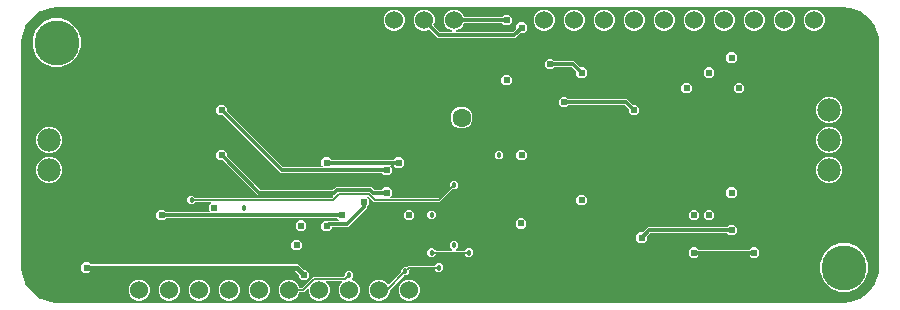
<source format=gbr>
G04 EAGLE Gerber RS-274X export*
G75*
%MOMM*%
%FSLAX34Y34*%
%LPD*%
%INEAGLE Copper Layer 15*%
%IPPOS*%
%AMOC8*
5,1,8,0,0,1.08239X$1,22.5*%
G01*
%ADD10C,1.981200*%
%ADD11C,1.524000*%
%ADD12C,3.816000*%
%ADD13C,0.609600*%
%ADD14C,0.304800*%
%ADD15C,1.600200*%
%ADD16C,0.457200*%
%ADD17C,0.152400*%
%ADD18C,0.914400*%
%ADD19C,0.406400*%

G36*
X698522Y2036D02*
X698522Y2036D01*
X698560Y2035D01*
X703089Y2392D01*
X703095Y2393D01*
X703101Y2393D01*
X703265Y2426D01*
X711881Y5226D01*
X711913Y5242D01*
X711947Y5251D01*
X712093Y5334D01*
X719422Y10659D01*
X719448Y10685D01*
X719478Y10704D01*
X719591Y10828D01*
X724916Y18157D01*
X724932Y18189D01*
X724955Y18216D01*
X725024Y18369D01*
X727824Y26985D01*
X727824Y26991D01*
X727827Y26996D01*
X727858Y27161D01*
X728215Y31690D01*
X728213Y31712D01*
X728217Y31750D01*
X728217Y222250D01*
X728214Y222272D01*
X728215Y222310D01*
X727858Y226839D01*
X727857Y226845D01*
X727857Y226851D01*
X727824Y227015D01*
X725024Y235631D01*
X725008Y235663D01*
X724999Y235697D01*
X724916Y235843D01*
X719591Y243172D01*
X719565Y243198D01*
X719546Y243228D01*
X719422Y243341D01*
X712093Y248666D01*
X712061Y248682D01*
X712034Y248705D01*
X711881Y248774D01*
X703265Y251574D01*
X703259Y251574D01*
X703254Y251577D01*
X703089Y251608D01*
X698560Y251965D01*
X698538Y251963D01*
X698500Y251967D01*
X31750Y251967D01*
X31728Y251964D01*
X31690Y251965D01*
X27161Y251608D01*
X27155Y251607D01*
X27149Y251607D01*
X26985Y251574D01*
X18369Y248774D01*
X18337Y248758D01*
X18303Y248749D01*
X18157Y248666D01*
X10828Y243341D01*
X10802Y243315D01*
X10772Y243296D01*
X10659Y243172D01*
X5334Y235843D01*
X5318Y235811D01*
X5295Y235784D01*
X5226Y235631D01*
X2426Y227015D01*
X2426Y227009D01*
X2423Y227004D01*
X2392Y226839D01*
X2035Y222310D01*
X2037Y222288D01*
X2033Y222250D01*
X2033Y31750D01*
X2036Y31728D01*
X2035Y31690D01*
X2392Y27161D01*
X2393Y27155D01*
X2393Y27149D01*
X2426Y26985D01*
X5226Y18369D01*
X5242Y18337D01*
X5251Y18303D01*
X5334Y18157D01*
X10659Y10828D01*
X10685Y10802D01*
X10704Y10772D01*
X10828Y10659D01*
X18157Y5334D01*
X18189Y5318D01*
X18216Y5295D01*
X18369Y5226D01*
X26985Y2426D01*
X26991Y2426D01*
X26996Y2423D01*
X27161Y2392D01*
X31690Y2035D01*
X31712Y2037D01*
X31750Y2033D01*
X698500Y2033D01*
X698522Y2036D01*
G37*
%LPC*%
G36*
X258561Y62555D02*
X258561Y62555D01*
X256031Y65085D01*
X256031Y68663D01*
X258561Y71193D01*
X262148Y71193D01*
X262189Y71164D01*
X262258Y71104D01*
X262288Y71092D01*
X262315Y71073D01*
X262402Y71046D01*
X262486Y71012D01*
X262527Y71008D01*
X262550Y71001D01*
X262582Y71002D01*
X262653Y70994D01*
X270311Y70994D01*
X270382Y71005D01*
X270453Y71007D01*
X270502Y71025D01*
X270554Y71033D01*
X270617Y71067D01*
X270684Y71092D01*
X270725Y71124D01*
X270771Y71149D01*
X270820Y71201D01*
X270876Y71245D01*
X270905Y71289D01*
X270940Y71327D01*
X270971Y71392D01*
X271009Y71452D01*
X271022Y71503D01*
X271044Y71550D01*
X271052Y71621D01*
X271069Y71691D01*
X271065Y71743D01*
X271071Y71794D01*
X271056Y71865D01*
X271050Y71936D01*
X271030Y71984D01*
X271019Y72035D01*
X270982Y72096D01*
X270954Y72162D01*
X270909Y72218D01*
X270893Y72246D01*
X270875Y72261D01*
X270849Y72293D01*
X269579Y73563D01*
X269505Y73616D01*
X269436Y73676D01*
X269406Y73688D01*
X269379Y73707D01*
X269292Y73734D01*
X269208Y73768D01*
X269167Y73772D01*
X269144Y73779D01*
X269112Y73778D01*
X269041Y73786D01*
X124659Y73786D01*
X124569Y73772D01*
X124478Y73764D01*
X124448Y73752D01*
X124416Y73747D01*
X124336Y73704D01*
X124252Y73668D01*
X124220Y73642D01*
X124199Y73631D01*
X124177Y73608D01*
X124121Y73563D01*
X122439Y71881D01*
X118861Y71881D01*
X116331Y74411D01*
X116331Y77989D01*
X118861Y80519D01*
X122439Y80519D01*
X124121Y78837D01*
X124195Y78784D01*
X124264Y78724D01*
X124294Y78712D01*
X124321Y78693D01*
X124408Y78666D01*
X124492Y78632D01*
X124533Y78628D01*
X124556Y78621D01*
X124588Y78622D01*
X124659Y78614D01*
X161091Y78614D01*
X161162Y78625D01*
X161233Y78627D01*
X161282Y78645D01*
X161334Y78653D01*
X161397Y78687D01*
X161464Y78712D01*
X161505Y78744D01*
X161551Y78769D01*
X161600Y78821D01*
X161656Y78865D01*
X161684Y78909D01*
X161720Y78947D01*
X161751Y79012D01*
X161789Y79072D01*
X161802Y79123D01*
X161824Y79170D01*
X161832Y79241D01*
X161849Y79311D01*
X161845Y79363D01*
X161851Y79414D01*
X161836Y79485D01*
X161830Y79556D01*
X161810Y79604D01*
X161799Y79655D01*
X161762Y79716D01*
X161734Y79782D01*
X161689Y79838D01*
X161673Y79866D01*
X161655Y79881D01*
X161629Y79913D01*
X160781Y80761D01*
X160781Y84339D01*
X162235Y85793D01*
X162278Y85852D01*
X162327Y85904D01*
X162349Y85951D01*
X162379Y85993D01*
X162400Y86062D01*
X162431Y86127D01*
X162436Y86179D01*
X162451Y86228D01*
X162449Y86300D01*
X162457Y86372D01*
X162446Y86422D01*
X162445Y86474D01*
X162420Y86542D01*
X162405Y86612D01*
X162378Y86656D01*
X162361Y86705D01*
X162315Y86761D01*
X162278Y86823D01*
X162239Y86857D01*
X162207Y86897D01*
X162146Y86936D01*
X162091Y86983D01*
X162043Y87002D01*
X162000Y87030D01*
X161930Y87047D01*
X161863Y87074D01*
X161792Y87082D01*
X161761Y87090D01*
X161738Y87088D01*
X161696Y87093D01*
X149748Y87075D01*
X149658Y87060D01*
X149568Y87053D01*
X149538Y87040D01*
X149505Y87035D01*
X149425Y86992D01*
X149342Y86957D01*
X149309Y86931D01*
X149288Y86919D01*
X149266Y86896D01*
X149211Y86852D01*
X147523Y85164D01*
X144577Y85164D01*
X142493Y87248D01*
X142493Y90194D01*
X144577Y92278D01*
X147523Y92278D01*
X149200Y90601D01*
X149274Y90548D01*
X149344Y90488D01*
X149374Y90476D01*
X149400Y90458D01*
X149487Y90431D01*
X149572Y90396D01*
X149613Y90392D01*
X149635Y90385D01*
X149667Y90386D01*
X149739Y90378D01*
X264428Y90548D01*
X264518Y90563D01*
X264608Y90570D01*
X264638Y90583D01*
X264671Y90588D01*
X264751Y90631D01*
X264834Y90667D01*
X264867Y90693D01*
X264888Y90704D01*
X264910Y90727D01*
X264965Y90771D01*
X265731Y91537D01*
X265773Y91595D01*
X265822Y91647D01*
X265844Y91694D01*
X265874Y91736D01*
X265895Y91805D01*
X265926Y91870D01*
X265931Y91922D01*
X265947Y91972D01*
X265945Y92043D01*
X265953Y92114D01*
X265942Y92165D01*
X265940Y92217D01*
X265916Y92285D01*
X265901Y92355D01*
X265874Y92399D01*
X265856Y92448D01*
X265811Y92504D01*
X265774Y92566D01*
X265735Y92600D01*
X265702Y92640D01*
X265642Y92679D01*
X265587Y92726D01*
X265539Y92745D01*
X265495Y92773D01*
X265426Y92791D01*
X265359Y92818D01*
X265288Y92826D01*
X265257Y92834D01*
X265233Y92832D01*
X265193Y92836D01*
X202200Y92836D01*
X172578Y122458D01*
X172504Y122511D01*
X172435Y122571D01*
X172405Y122583D01*
X172378Y122602D01*
X172291Y122629D01*
X172207Y122663D01*
X172166Y122667D01*
X172143Y122674D01*
X172111Y122673D01*
X172040Y122681D01*
X169661Y122681D01*
X167131Y125211D01*
X167131Y128789D01*
X169661Y131319D01*
X173239Y131319D01*
X175769Y128789D01*
X175769Y126410D01*
X175783Y126320D01*
X175791Y126229D01*
X175803Y126199D01*
X175808Y126167D01*
X175851Y126087D01*
X175887Y126003D01*
X175913Y125971D01*
X175924Y125950D01*
X175947Y125928D01*
X175992Y125872D01*
X203977Y97887D01*
X204051Y97834D01*
X204120Y97774D01*
X204150Y97762D01*
X204177Y97743D01*
X204264Y97716D01*
X204348Y97682D01*
X204389Y97678D01*
X204412Y97671D01*
X204444Y97672D01*
X204515Y97664D01*
X265385Y97664D01*
X265475Y97678D01*
X265566Y97686D01*
X265596Y97698D01*
X265628Y97703D01*
X265708Y97746D01*
X265792Y97782D01*
X265824Y97808D01*
X265845Y97819D01*
X265867Y97842D01*
X265923Y97887D01*
X266603Y98567D01*
X268240Y100204D01*
X298180Y100204D01*
X300497Y97887D01*
X300571Y97834D01*
X300640Y97774D01*
X300670Y97762D01*
X300697Y97743D01*
X300784Y97716D01*
X300868Y97682D01*
X300909Y97678D01*
X300932Y97671D01*
X300964Y97672D01*
X301035Y97664D01*
X307141Y97664D01*
X307231Y97678D01*
X307322Y97686D01*
X307352Y97698D01*
X307384Y97703D01*
X307464Y97746D01*
X307548Y97782D01*
X307580Y97808D01*
X307601Y97819D01*
X307623Y97842D01*
X307679Y97887D01*
X309361Y99569D01*
X312939Y99569D01*
X315469Y97039D01*
X315469Y93461D01*
X313859Y91851D01*
X313817Y91793D01*
X313768Y91741D01*
X313746Y91694D01*
X313715Y91652D01*
X313694Y91583D01*
X313664Y91518D01*
X313658Y91466D01*
X313643Y91416D01*
X313645Y91345D01*
X313637Y91274D01*
X313648Y91223D01*
X313649Y91171D01*
X313674Y91103D01*
X313689Y91033D01*
X313716Y90988D01*
X313734Y90940D01*
X313779Y90884D01*
X313815Y90822D01*
X313855Y90788D01*
X313887Y90748D01*
X313948Y90709D01*
X314002Y90662D01*
X314051Y90643D01*
X314094Y90615D01*
X314164Y90597D01*
X314230Y90570D01*
X314302Y90562D01*
X314333Y90554D01*
X314356Y90556D01*
X314397Y90552D01*
X354600Y90552D01*
X354691Y90566D01*
X354781Y90574D01*
X354811Y90586D01*
X354843Y90591D01*
X354924Y90634D01*
X355008Y90670D01*
X355040Y90696D01*
X355061Y90707D01*
X355083Y90730D01*
X355139Y90775D01*
X364520Y100156D01*
X364573Y100230D01*
X364633Y100300D01*
X364645Y100330D01*
X364664Y100356D01*
X364691Y100443D01*
X364725Y100528D01*
X364729Y100569D01*
X364736Y100591D01*
X364735Y100623D01*
X364743Y100695D01*
X364743Y103073D01*
X366827Y105157D01*
X369773Y105157D01*
X371857Y103073D01*
X371857Y100127D01*
X369773Y98043D01*
X367395Y98043D01*
X367304Y98029D01*
X367214Y98021D01*
X367184Y98009D01*
X367152Y98004D01*
X367071Y97961D01*
X366987Y97925D01*
X366955Y97899D01*
X366934Y97888D01*
X366912Y97865D01*
X366856Y97820D01*
X356105Y87069D01*
X354720Y87069D01*
X354707Y87078D01*
X354637Y87138D01*
X354607Y87150D01*
X354581Y87169D01*
X354494Y87196D01*
X354409Y87230D01*
X354368Y87234D01*
X354346Y87241D01*
X354314Y87240D01*
X354243Y87248D01*
X300306Y87248D01*
X295449Y92105D01*
X295375Y92158D01*
X295305Y92218D01*
X295275Y92230D01*
X295249Y92249D01*
X295162Y92276D01*
X295077Y92310D01*
X295036Y92314D01*
X295014Y92321D01*
X294982Y92320D01*
X294910Y92328D01*
X294839Y92328D01*
X294768Y92317D01*
X294697Y92315D01*
X294648Y92297D01*
X294596Y92289D01*
X294533Y92255D01*
X294466Y92230D01*
X294425Y92198D01*
X294379Y92173D01*
X294330Y92121D01*
X294274Y92077D01*
X294245Y92033D01*
X294210Y91995D01*
X294179Y91930D01*
X294141Y91870D01*
X294128Y91819D01*
X294106Y91772D01*
X294098Y91701D01*
X294081Y91631D01*
X294085Y91579D01*
X294079Y91528D01*
X294094Y91457D01*
X294100Y91386D01*
X294120Y91338D01*
X294131Y91287D01*
X294168Y91226D01*
X294196Y91160D01*
X294241Y91104D01*
X294257Y91076D01*
X294275Y91061D01*
X294301Y91029D01*
X296419Y88911D01*
X296419Y85333D01*
X294737Y83651D01*
X294684Y83577D01*
X294624Y83508D01*
X294612Y83478D01*
X294593Y83451D01*
X294566Y83364D01*
X294532Y83280D01*
X294528Y83239D01*
X294521Y83216D01*
X294522Y83184D01*
X294514Y83113D01*
X294514Y82384D01*
X278296Y66166D01*
X265430Y66166D01*
X265410Y66163D01*
X265391Y66165D01*
X265289Y66143D01*
X265187Y66127D01*
X265170Y66117D01*
X265150Y66113D01*
X265061Y66060D01*
X264970Y66011D01*
X264956Y65997D01*
X264939Y65987D01*
X264872Y65908D01*
X264800Y65833D01*
X264792Y65815D01*
X264779Y65800D01*
X264740Y65704D01*
X264697Y65610D01*
X264695Y65590D01*
X264687Y65572D01*
X264669Y65405D01*
X264669Y65085D01*
X262139Y62555D01*
X258561Y62555D01*
G37*
%LPD*%
%LPC*%
G36*
X27702Y201899D02*
X27702Y201899D01*
X20222Y204997D01*
X14497Y210722D01*
X11399Y218202D01*
X11399Y226298D01*
X14497Y233778D01*
X20222Y239503D01*
X27702Y242601D01*
X35798Y242601D01*
X43278Y239503D01*
X49003Y233778D01*
X52101Y226298D01*
X52101Y218202D01*
X49003Y210722D01*
X43278Y204997D01*
X35798Y201899D01*
X27702Y201899D01*
G37*
%LPD*%
%LPC*%
G36*
X694452Y11399D02*
X694452Y11399D01*
X686972Y14497D01*
X681247Y20222D01*
X678149Y27702D01*
X678149Y35798D01*
X681247Y43278D01*
X686972Y49003D01*
X694452Y52101D01*
X702548Y52101D01*
X710028Y49003D01*
X715753Y43278D01*
X718851Y35798D01*
X718851Y27702D01*
X715753Y20222D01*
X710028Y14497D01*
X702548Y11399D01*
X694452Y11399D01*
G37*
%LPD*%
%LPC*%
G36*
X309361Y109981D02*
X309361Y109981D01*
X307679Y111663D01*
X307605Y111716D01*
X307536Y111776D01*
X307506Y111788D01*
X307479Y111807D01*
X307392Y111834D01*
X307308Y111868D01*
X307267Y111872D01*
X307244Y111879D01*
X307212Y111878D01*
X307141Y111886D01*
X221250Y111886D01*
X172578Y160558D01*
X172504Y160611D01*
X172435Y160671D01*
X172405Y160683D01*
X172378Y160702D01*
X172291Y160729D01*
X172207Y160763D01*
X172166Y160767D01*
X172143Y160774D01*
X172111Y160773D01*
X172040Y160781D01*
X169661Y160781D01*
X167131Y163311D01*
X167131Y166889D01*
X169661Y169419D01*
X173239Y169419D01*
X175769Y166889D01*
X175769Y164510D01*
X175783Y164420D01*
X175791Y164329D01*
X175803Y164299D01*
X175808Y164267D01*
X175851Y164187D01*
X175887Y164103D01*
X175913Y164071D01*
X175924Y164050D01*
X175947Y164028D01*
X175992Y163972D01*
X223027Y116937D01*
X223101Y116884D01*
X223170Y116824D01*
X223200Y116812D01*
X223227Y116793D01*
X223314Y116766D01*
X223398Y116732D01*
X223439Y116728D01*
X223462Y116721D01*
X223494Y116722D01*
X223565Y116714D01*
X256341Y116714D01*
X256412Y116725D01*
X256483Y116727D01*
X256532Y116745D01*
X256584Y116753D01*
X256647Y116787D01*
X256714Y116812D01*
X256755Y116844D01*
X256801Y116869D01*
X256850Y116921D01*
X256906Y116965D01*
X256934Y117009D01*
X256970Y117047D01*
X257001Y117112D01*
X257039Y117172D01*
X257052Y117223D01*
X257074Y117270D01*
X257082Y117341D01*
X257099Y117411D01*
X257095Y117463D01*
X257101Y117514D01*
X257086Y117585D01*
X257080Y117656D01*
X257060Y117704D01*
X257049Y117755D01*
X257012Y117816D01*
X256984Y117882D01*
X256939Y117938D01*
X256923Y117966D01*
X256905Y117981D01*
X256879Y118013D01*
X256031Y118861D01*
X256031Y122439D01*
X258561Y124969D01*
X262139Y124969D01*
X263821Y123287D01*
X263895Y123234D01*
X263964Y123174D01*
X263994Y123162D01*
X264021Y123143D01*
X264108Y123116D01*
X264192Y123082D01*
X264233Y123078D01*
X264256Y123071D01*
X264288Y123072D01*
X264359Y123064D01*
X317301Y123064D01*
X317391Y123078D01*
X317482Y123086D01*
X317512Y123098D01*
X317544Y123103D01*
X317624Y123146D01*
X317708Y123182D01*
X317740Y123208D01*
X317761Y123219D01*
X317768Y123226D01*
X317769Y123226D01*
X317785Y123243D01*
X317839Y123287D01*
X319521Y124969D01*
X323099Y124969D01*
X325629Y122439D01*
X325629Y118861D01*
X323099Y116331D01*
X319521Y116331D01*
X317839Y118013D01*
X317765Y118066D01*
X317696Y118126D01*
X317666Y118138D01*
X317639Y118157D01*
X317552Y118184D01*
X317468Y118218D01*
X317427Y118222D01*
X317404Y118229D01*
X317372Y118228D01*
X317301Y118236D01*
X315159Y118236D01*
X315088Y118225D01*
X315017Y118223D01*
X314968Y118205D01*
X314916Y118197D01*
X314853Y118163D01*
X314786Y118138D01*
X314745Y118106D01*
X314699Y118081D01*
X314650Y118029D01*
X314594Y117985D01*
X314566Y117941D01*
X314530Y117903D01*
X314499Y117838D01*
X314461Y117778D01*
X314448Y117727D01*
X314426Y117680D01*
X314418Y117609D01*
X314401Y117539D01*
X314405Y117487D01*
X314399Y117436D01*
X314414Y117365D01*
X314420Y117294D01*
X314440Y117246D01*
X314451Y117195D01*
X314488Y117134D01*
X314516Y117068D01*
X314561Y117012D01*
X314577Y116984D01*
X314595Y116969D01*
X314621Y116937D01*
X315469Y116089D01*
X315469Y112511D01*
X312939Y109981D01*
X309361Y109981D01*
G37*
%LPD*%
%LPC*%
G36*
X239511Y21081D02*
X239511Y21081D01*
X236981Y23611D01*
X236981Y25271D01*
X236967Y25362D01*
X236959Y25452D01*
X236947Y25482D01*
X236942Y25514D01*
X236899Y25595D01*
X236863Y25679D01*
X236837Y25711D01*
X236826Y25732D01*
X236803Y25754D01*
X236758Y25810D01*
X233963Y28605D01*
X233889Y28658D01*
X233819Y28718D01*
X233789Y28730D01*
X233763Y28749D01*
X233676Y28776D01*
X233591Y28810D01*
X233550Y28814D01*
X233528Y28821D01*
X233496Y28820D01*
X233424Y28828D01*
X60651Y28828D01*
X60561Y28814D01*
X60470Y28806D01*
X60440Y28794D01*
X60408Y28789D01*
X60328Y28746D01*
X60244Y28710D01*
X60212Y28684D01*
X60191Y28673D01*
X60169Y28650D01*
X60113Y28605D01*
X58939Y27431D01*
X55361Y27431D01*
X52831Y29961D01*
X52831Y33539D01*
X55361Y36069D01*
X58939Y36069D01*
X60113Y34895D01*
X60187Y34842D01*
X60256Y34782D01*
X60286Y34770D01*
X60313Y34751D01*
X60400Y34724D01*
X60484Y34690D01*
X60525Y34686D01*
X60548Y34679D01*
X60580Y34680D01*
X60651Y34672D01*
X236160Y34672D01*
X240890Y29942D01*
X240964Y29889D01*
X241034Y29829D01*
X241064Y29817D01*
X241090Y29798D01*
X241177Y29771D01*
X241262Y29737D01*
X241303Y29733D01*
X241325Y29726D01*
X241357Y29727D01*
X241429Y29719D01*
X243089Y29719D01*
X245619Y27189D01*
X245619Y23611D01*
X243089Y21081D01*
X239511Y21081D01*
G37*
%LPD*%
%LPC*%
G36*
X354600Y226186D02*
X354600Y226186D01*
X347651Y233136D01*
X347556Y233204D01*
X347462Y233274D01*
X347456Y233276D01*
X347451Y233279D01*
X347340Y233314D01*
X347228Y233350D01*
X347222Y233350D01*
X347216Y233352D01*
X347099Y233349D01*
X346982Y233348D01*
X346975Y233346D01*
X346970Y233345D01*
X346952Y233339D01*
X346821Y233301D01*
X344668Y232409D01*
X341132Y232409D01*
X337864Y233763D01*
X335363Y236264D01*
X334009Y239532D01*
X334009Y243068D01*
X335363Y246336D01*
X337864Y248837D01*
X341132Y250191D01*
X344668Y250191D01*
X347936Y248837D01*
X350437Y246336D01*
X351791Y243068D01*
X351791Y239532D01*
X350899Y237379D01*
X350872Y237265D01*
X350844Y237152D01*
X350844Y237146D01*
X350843Y237140D01*
X350854Y237023D01*
X350863Y236907D01*
X350865Y236901D01*
X350866Y236895D01*
X350914Y236787D01*
X350959Y236680D01*
X350964Y236675D01*
X350966Y236670D01*
X350979Y236656D01*
X351064Y236549D01*
X356377Y231237D01*
X356451Y231184D01*
X356520Y231124D01*
X356550Y231112D01*
X356577Y231093D01*
X356664Y231066D01*
X356748Y231032D01*
X356789Y231028D01*
X356812Y231021D01*
X356844Y231022D01*
X356915Y231014D01*
X366074Y231014D01*
X366170Y231029D01*
X366267Y231039D01*
X366291Y231049D01*
X366316Y231053D01*
X366402Y231099D01*
X366491Y231139D01*
X366511Y231156D01*
X366534Y231169D01*
X366601Y231239D01*
X366672Y231305D01*
X366685Y231328D01*
X366703Y231347D01*
X366744Y231435D01*
X366791Y231521D01*
X366796Y231546D01*
X366807Y231570D01*
X366817Y231667D01*
X366835Y231763D01*
X366831Y231789D01*
X366834Y231814D01*
X366813Y231910D01*
X366799Y232006D01*
X366787Y232029D01*
X366782Y232055D01*
X366732Y232138D01*
X366687Y232225D01*
X366669Y232244D01*
X366655Y232266D01*
X366581Y232329D01*
X366512Y232397D01*
X366483Y232413D01*
X366468Y232426D01*
X366438Y232438D01*
X366365Y232478D01*
X363264Y233763D01*
X360763Y236264D01*
X359409Y239532D01*
X359409Y243068D01*
X360763Y246336D01*
X363264Y248837D01*
X366532Y250191D01*
X370068Y250191D01*
X373336Y248837D01*
X375837Y246336D01*
X376729Y244184D01*
X376790Y244084D01*
X376850Y243984D01*
X376855Y243980D01*
X376858Y243975D01*
X376948Y243900D01*
X377037Y243824D01*
X377043Y243822D01*
X377048Y243818D01*
X377156Y243776D01*
X377265Y243732D01*
X377273Y243731D01*
X377278Y243730D01*
X377296Y243729D01*
X377432Y243714D01*
X408741Y243714D01*
X408831Y243728D01*
X408922Y243736D01*
X408952Y243748D01*
X408984Y243753D01*
X409064Y243796D01*
X409148Y243832D01*
X409180Y243858D01*
X409201Y243869D01*
X409223Y243892D01*
X409279Y243937D01*
X410961Y245619D01*
X414539Y245619D01*
X417069Y243089D01*
X417069Y239511D01*
X414539Y236981D01*
X410961Y236981D01*
X409279Y238663D01*
X409205Y238716D01*
X409136Y238776D01*
X409106Y238788D01*
X409079Y238807D01*
X408992Y238834D01*
X408908Y238868D01*
X408867Y238872D01*
X408844Y238879D01*
X408812Y238878D01*
X408741Y238886D01*
X377432Y238886D01*
X377317Y238867D01*
X377201Y238850D01*
X377196Y238848D01*
X377189Y238847D01*
X377087Y238792D01*
X376982Y238739D01*
X376977Y238734D01*
X376972Y238731D01*
X376892Y238647D01*
X376810Y238563D01*
X376806Y238557D01*
X376803Y238553D01*
X376795Y238536D01*
X376729Y238416D01*
X375837Y236264D01*
X373336Y233763D01*
X370235Y232478D01*
X370152Y232427D01*
X370066Y232381D01*
X370048Y232362D01*
X370026Y232349D01*
X369964Y232274D01*
X369897Y232203D01*
X369886Y232179D01*
X369869Y232159D01*
X369834Y232068D01*
X369793Y231980D01*
X369790Y231954D01*
X369781Y231930D01*
X369777Y231832D01*
X369766Y231736D01*
X369772Y231710D01*
X369771Y231684D01*
X369798Y231590D01*
X369818Y231495D01*
X369832Y231473D01*
X369839Y231448D01*
X369895Y231368D01*
X369945Y231284D01*
X369964Y231267D01*
X369979Y231246D01*
X370058Y231187D01*
X370132Y231124D01*
X370156Y231114D01*
X370177Y231099D01*
X370269Y231069D01*
X370360Y231032D01*
X370392Y231029D01*
X370411Y231023D01*
X370444Y231023D01*
X370526Y231014D01*
X417785Y231014D01*
X417875Y231028D01*
X417966Y231036D01*
X417996Y231048D01*
X418028Y231053D01*
X418108Y231096D01*
X418192Y231132D01*
X418224Y231158D01*
X418245Y231169D01*
X418267Y231192D01*
X418323Y231237D01*
X420908Y233822D01*
X420961Y233896D01*
X421021Y233965D01*
X421033Y233995D01*
X421052Y234022D01*
X421079Y234109D01*
X421113Y234193D01*
X421117Y234234D01*
X421124Y234257D01*
X421123Y234289D01*
X421131Y234360D01*
X421131Y236739D01*
X423661Y239269D01*
X427239Y239269D01*
X429769Y236739D01*
X429769Y233161D01*
X427239Y230631D01*
X424860Y230631D01*
X424770Y230617D01*
X424679Y230609D01*
X424649Y230597D01*
X424617Y230592D01*
X424537Y230549D01*
X424453Y230513D01*
X424421Y230487D01*
X424400Y230476D01*
X424378Y230453D01*
X424322Y230408D01*
X420100Y226186D01*
X354600Y226186D01*
G37*
%LPD*%
%LPC*%
G36*
X226832Y3809D02*
X226832Y3809D01*
X223564Y5163D01*
X221063Y7664D01*
X219709Y10932D01*
X219709Y14468D01*
X221063Y17736D01*
X223564Y20237D01*
X226832Y21591D01*
X230368Y21591D01*
X233636Y20237D01*
X236137Y17736D01*
X237344Y14822D01*
X237406Y14722D01*
X237466Y14622D01*
X237471Y14618D01*
X237474Y14613D01*
X237564Y14538D01*
X237653Y14462D01*
X237659Y14460D01*
X237664Y14456D01*
X237772Y14414D01*
X237881Y14370D01*
X237889Y14369D01*
X237893Y14368D01*
X237911Y14367D01*
X238048Y14352D01*
X239350Y14352D01*
X239441Y14366D01*
X239531Y14374D01*
X239561Y14386D01*
X239593Y14391D01*
X239674Y14434D01*
X239758Y14470D01*
X239790Y14496D01*
X239811Y14507D01*
X239833Y14530D01*
X239889Y14575D01*
X249318Y24004D01*
X275082Y24004D01*
X275102Y24007D01*
X275121Y24005D01*
X275223Y24027D01*
X275325Y24043D01*
X275342Y24053D01*
X275362Y24057D01*
X275451Y24110D01*
X275542Y24159D01*
X275556Y24173D01*
X275573Y24183D01*
X275640Y24262D01*
X275712Y24337D01*
X275720Y24355D01*
X275733Y24370D01*
X275772Y24466D01*
X275815Y24560D01*
X275817Y24580D01*
X275825Y24598D01*
X275843Y24765D01*
X275843Y26873D01*
X277927Y28957D01*
X280873Y28957D01*
X282957Y26873D01*
X282957Y23927D01*
X281587Y22557D01*
X281560Y22520D01*
X281526Y22488D01*
X281489Y22420D01*
X281443Y22357D01*
X281430Y22313D01*
X281408Y22273D01*
X281394Y22196D01*
X281371Y22122D01*
X281372Y22076D01*
X281364Y22031D01*
X281375Y21954D01*
X281377Y21876D01*
X281393Y21833D01*
X281400Y21788D01*
X281435Y21718D01*
X281462Y21645D01*
X281490Y21609D01*
X281511Y21568D01*
X281567Y21514D01*
X281615Y21453D01*
X281654Y21428D01*
X281687Y21396D01*
X281807Y21330D01*
X281822Y21320D01*
X281827Y21319D01*
X281834Y21315D01*
X284436Y20237D01*
X286937Y17736D01*
X288291Y14468D01*
X288291Y10932D01*
X286937Y7664D01*
X284436Y5163D01*
X281168Y3809D01*
X277632Y3809D01*
X274364Y5163D01*
X271863Y7664D01*
X270509Y10932D01*
X270509Y14468D01*
X271863Y17736D01*
X273527Y19401D01*
X273569Y19459D01*
X273619Y19511D01*
X273641Y19558D01*
X273671Y19600D01*
X273692Y19669D01*
X273722Y19734D01*
X273728Y19786D01*
X273743Y19836D01*
X273741Y19907D01*
X273749Y19978D01*
X273738Y20029D01*
X273737Y20081D01*
X273712Y20149D01*
X273697Y20219D01*
X273670Y20264D01*
X273652Y20312D01*
X273608Y20368D01*
X273571Y20430D01*
X273531Y20464D01*
X273499Y20504D01*
X273438Y20543D01*
X273384Y20590D01*
X273336Y20609D01*
X273292Y20637D01*
X273222Y20655D01*
X273156Y20682D01*
X273084Y20690D01*
X273053Y20698D01*
X273030Y20696D01*
X272989Y20700D01*
X260411Y20700D01*
X260340Y20689D01*
X260268Y20687D01*
X260220Y20669D01*
X260168Y20661D01*
X260105Y20627D01*
X260037Y20602D01*
X259997Y20570D01*
X259951Y20545D01*
X259901Y20493D01*
X259845Y20449D01*
X259817Y20405D01*
X259781Y20367D01*
X259751Y20302D01*
X259712Y20242D01*
X259700Y20191D01*
X259678Y20144D01*
X259670Y20073D01*
X259652Y20003D01*
X259656Y19951D01*
X259651Y19900D01*
X259666Y19829D01*
X259672Y19758D01*
X259692Y19710D01*
X259703Y19659D01*
X259740Y19598D01*
X259768Y19532D01*
X259813Y19476D01*
X259829Y19448D01*
X259847Y19433D01*
X259873Y19401D01*
X261537Y17736D01*
X262891Y14468D01*
X262891Y10932D01*
X261537Y7664D01*
X259036Y5163D01*
X255768Y3809D01*
X252232Y3809D01*
X248964Y5163D01*
X246463Y7664D01*
X245109Y10932D01*
X245109Y13286D01*
X245098Y13356D01*
X245096Y13428D01*
X245078Y13477D01*
X245070Y13528D01*
X245036Y13592D01*
X245011Y13659D01*
X244979Y13700D01*
X244954Y13746D01*
X244902Y13795D01*
X244858Y13851D01*
X244814Y13879D01*
X244776Y13915D01*
X244711Y13945D01*
X244651Y13984D01*
X244600Y13997D01*
X244553Y14019D01*
X244482Y14027D01*
X244412Y14044D01*
X244360Y14040D01*
X244309Y14046D01*
X244238Y14031D01*
X244167Y14025D01*
X244119Y14005D01*
X244068Y13994D01*
X244007Y13957D01*
X243941Y13929D01*
X243885Y13884D01*
X243857Y13867D01*
X243842Y13850D01*
X243810Y13824D01*
X241034Y11048D01*
X238048Y11048D01*
X237933Y11029D01*
X237817Y11012D01*
X237811Y11010D01*
X237805Y11009D01*
X237702Y10954D01*
X237598Y10901D01*
X237593Y10896D01*
X237588Y10893D01*
X237508Y10809D01*
X237425Y10725D01*
X237422Y10719D01*
X237418Y10715D01*
X237410Y10698D01*
X237344Y10578D01*
X236137Y7664D01*
X233636Y5163D01*
X230368Y3809D01*
X226832Y3809D01*
G37*
%LPD*%
%LPC*%
G36*
X525261Y52831D02*
X525261Y52831D01*
X522731Y55361D01*
X522731Y58939D01*
X525261Y61469D01*
X527640Y61469D01*
X527730Y61483D01*
X527821Y61491D01*
X527851Y61503D01*
X527883Y61508D01*
X527963Y61551D01*
X528047Y61587D01*
X528079Y61613D01*
X528100Y61624D01*
X528122Y61647D01*
X528178Y61692D01*
X532400Y65914D01*
X599241Y65914D01*
X599331Y65928D01*
X599422Y65936D01*
X599452Y65948D01*
X599484Y65953D01*
X599564Y65996D01*
X599648Y66032D01*
X599680Y66058D01*
X599701Y66069D01*
X599723Y66092D01*
X599779Y66137D01*
X601461Y67819D01*
X605039Y67819D01*
X607569Y65289D01*
X607569Y61711D01*
X605039Y59181D01*
X601461Y59181D01*
X599779Y60863D01*
X599705Y60916D01*
X599636Y60976D01*
X599606Y60988D01*
X599579Y61007D01*
X599492Y61034D01*
X599408Y61068D01*
X599367Y61072D01*
X599344Y61079D01*
X599312Y61078D01*
X599241Y61086D01*
X534715Y61086D01*
X534625Y61072D01*
X534534Y61064D01*
X534504Y61052D01*
X534472Y61047D01*
X534392Y61004D01*
X534308Y60968D01*
X534276Y60942D01*
X534255Y60931D01*
X534233Y60908D01*
X534177Y60863D01*
X531592Y58278D01*
X531539Y58204D01*
X531479Y58135D01*
X531467Y58105D01*
X531448Y58078D01*
X531421Y57991D01*
X531387Y57907D01*
X531383Y57866D01*
X531376Y57843D01*
X531377Y57811D01*
X531369Y57740D01*
X531369Y55361D01*
X528839Y52831D01*
X525261Y52831D01*
G37*
%LPD*%
%LPC*%
G36*
X303032Y3809D02*
X303032Y3809D01*
X299764Y5163D01*
X297263Y7664D01*
X295909Y10932D01*
X295909Y14468D01*
X297263Y17736D01*
X299764Y20237D01*
X303032Y21591D01*
X306568Y21591D01*
X309836Y20237D01*
X312337Y17736D01*
X312344Y17719D01*
X312369Y17680D01*
X312384Y17637D01*
X312433Y17576D01*
X312452Y17545D01*
X312462Y17528D01*
X312463Y17527D01*
X312474Y17510D01*
X312509Y17481D01*
X312538Y17445D01*
X312604Y17403D01*
X312663Y17353D01*
X312706Y17337D01*
X312745Y17312D01*
X312820Y17293D01*
X312893Y17265D01*
X312939Y17263D01*
X312983Y17252D01*
X313061Y17258D01*
X313139Y17254D01*
X313183Y17267D01*
X313229Y17271D01*
X313287Y17295D01*
X313299Y17297D01*
X313314Y17305D01*
X313375Y17323D01*
X313413Y17349D01*
X313455Y17367D01*
X313502Y17405D01*
X313517Y17413D01*
X313532Y17429D01*
X313561Y17452D01*
X313577Y17463D01*
X313580Y17467D01*
X313586Y17472D01*
X323245Y27131D01*
X323298Y27205D01*
X323358Y27275D01*
X323370Y27305D01*
X323389Y27331D01*
X323416Y27418D01*
X323450Y27503D01*
X323454Y27544D01*
X323461Y27566D01*
X323460Y27598D01*
X323468Y27670D01*
X323468Y30048D01*
X325552Y32132D01*
X327930Y32132D01*
X328021Y32146D01*
X328111Y32154D01*
X328141Y32166D01*
X328173Y32171D01*
X328254Y32214D01*
X328338Y32250D01*
X328370Y32276D01*
X328391Y32287D01*
X328413Y32310D01*
X328469Y32355D01*
X329516Y33402D01*
X351906Y33402D01*
X351997Y33416D01*
X352087Y33424D01*
X352117Y33436D01*
X352149Y33441D01*
X352230Y33484D01*
X352314Y33520D01*
X352346Y33546D01*
X352367Y33557D01*
X352389Y33580D01*
X352445Y33625D01*
X354127Y35307D01*
X357073Y35307D01*
X359157Y33223D01*
X359157Y30277D01*
X357073Y28193D01*
X354127Y28193D01*
X352445Y29875D01*
X352371Y29928D01*
X352301Y29988D01*
X352271Y30000D01*
X352245Y30019D01*
X352158Y30046D01*
X352073Y30080D01*
X352032Y30084D01*
X352010Y30091D01*
X351978Y30090D01*
X351906Y30098D01*
X331343Y30098D01*
X331323Y30095D01*
X331304Y30097D01*
X331202Y30075D01*
X331100Y30059D01*
X331083Y30049D01*
X331063Y30045D01*
X330974Y29992D01*
X330883Y29943D01*
X330869Y29929D01*
X330852Y29919D01*
X330785Y29840D01*
X330713Y29765D01*
X330705Y29747D01*
X330692Y29732D01*
X330653Y29636D01*
X330610Y29542D01*
X330608Y29522D01*
X330600Y29504D01*
X330582Y29337D01*
X330582Y27102D01*
X328498Y25018D01*
X326120Y25018D01*
X326029Y25004D01*
X325939Y24996D01*
X325909Y24984D01*
X325877Y24979D01*
X325796Y24936D01*
X325712Y24900D01*
X325680Y24874D01*
X325659Y24863D01*
X325637Y24840D01*
X325581Y24795D01*
X313914Y13128D01*
X313861Y13054D01*
X313801Y12984D01*
X313789Y12954D01*
X313770Y12928D01*
X313743Y12841D01*
X313709Y12756D01*
X313705Y12715D01*
X313698Y12693D01*
X313699Y12661D01*
X313691Y12590D01*
X313691Y10932D01*
X312337Y7664D01*
X309836Y5163D01*
X306568Y3809D01*
X303032Y3809D01*
G37*
%LPD*%
%LPC*%
G36*
X23177Y103123D02*
X23177Y103123D01*
X19069Y104825D01*
X15925Y107969D01*
X14223Y112077D01*
X14223Y116523D01*
X15925Y120631D01*
X19069Y123775D01*
X23177Y125477D01*
X27623Y125477D01*
X31731Y123775D01*
X34875Y120631D01*
X36577Y116523D01*
X36577Y112077D01*
X34875Y107969D01*
X31731Y104825D01*
X27623Y103123D01*
X23177Y103123D01*
G37*
%LPD*%
%LPC*%
G36*
X683577Y103123D02*
X683577Y103123D01*
X679469Y104825D01*
X676325Y107969D01*
X674623Y112077D01*
X674623Y116523D01*
X676325Y120631D01*
X679469Y123775D01*
X683577Y125477D01*
X688023Y125477D01*
X692131Y123775D01*
X695275Y120631D01*
X696977Y116523D01*
X696977Y112077D01*
X695275Y107969D01*
X692131Y104825D01*
X688023Y103123D01*
X683577Y103123D01*
G37*
%LPD*%
%LPC*%
G36*
X683577Y153923D02*
X683577Y153923D01*
X679469Y155625D01*
X676325Y158769D01*
X674623Y162877D01*
X674623Y167323D01*
X676325Y171431D01*
X679469Y174575D01*
X683577Y176277D01*
X688023Y176277D01*
X692131Y174575D01*
X695275Y171431D01*
X696977Y167323D01*
X696977Y162877D01*
X695275Y158769D01*
X692131Y155625D01*
X688023Y153923D01*
X683577Y153923D01*
G37*
%LPD*%
%LPC*%
G36*
X23177Y128523D02*
X23177Y128523D01*
X19069Y130225D01*
X15925Y133369D01*
X14223Y137477D01*
X14223Y141923D01*
X15925Y146031D01*
X19069Y149175D01*
X23177Y150877D01*
X27623Y150877D01*
X31731Y149175D01*
X34875Y146031D01*
X36577Y141923D01*
X36577Y137477D01*
X34875Y133369D01*
X31731Y130225D01*
X27623Y128523D01*
X23177Y128523D01*
G37*
%LPD*%
%LPC*%
G36*
X683577Y128523D02*
X683577Y128523D01*
X679469Y130225D01*
X676325Y133369D01*
X674623Y137477D01*
X674623Y141923D01*
X676325Y146031D01*
X679469Y149175D01*
X683577Y150877D01*
X688023Y150877D01*
X692131Y149175D01*
X695275Y146031D01*
X696977Y141923D01*
X696977Y137477D01*
X695275Y133369D01*
X692131Y130225D01*
X688023Y128523D01*
X683577Y128523D01*
G37*
%LPD*%
%LPC*%
G36*
X518911Y160781D02*
X518911Y160781D01*
X516381Y163311D01*
X516381Y165690D01*
X516367Y165780D01*
X516359Y165871D01*
X516347Y165901D01*
X516342Y165933D01*
X516317Y165979D01*
X516316Y165981D01*
X516311Y165990D01*
X516299Y166013D01*
X516263Y166097D01*
X516237Y166129D01*
X516226Y166150D01*
X516203Y166172D01*
X516200Y166176D01*
X516190Y166192D01*
X516180Y166201D01*
X516158Y166228D01*
X513273Y169113D01*
X513199Y169166D01*
X513130Y169226D01*
X513100Y169238D01*
X513073Y169257D01*
X512986Y169284D01*
X512902Y169318D01*
X512861Y169322D01*
X512838Y169329D01*
X512806Y169328D01*
X512735Y169336D01*
X465169Y169336D01*
X465079Y169322D01*
X464988Y169314D01*
X464958Y169302D01*
X464926Y169297D01*
X464846Y169254D01*
X464762Y169218D01*
X464730Y169192D01*
X464709Y169181D01*
X464687Y169158D01*
X464631Y169113D01*
X462949Y167431D01*
X459371Y167431D01*
X456841Y169961D01*
X456841Y173539D01*
X459371Y176069D01*
X462949Y176069D01*
X464631Y174387D01*
X464705Y174334D01*
X464774Y174274D01*
X464804Y174262D01*
X464831Y174243D01*
X464918Y174216D01*
X465002Y174182D01*
X465043Y174178D01*
X465066Y174171D01*
X465098Y174172D01*
X465169Y174164D01*
X515050Y174164D01*
X519572Y169642D01*
X519646Y169589D01*
X519715Y169529D01*
X519745Y169517D01*
X519772Y169498D01*
X519859Y169471D01*
X519943Y169437D01*
X519984Y169433D01*
X520007Y169426D01*
X520039Y169427D01*
X520110Y169419D01*
X522489Y169419D01*
X525019Y166889D01*
X525019Y163311D01*
X522489Y160781D01*
X518911Y160781D01*
G37*
%LPD*%
%LPC*%
G36*
X569711Y40131D02*
X569711Y40131D01*
X567181Y42661D01*
X567181Y46239D01*
X569711Y48769D01*
X573289Y48769D01*
X574971Y47087D01*
X575045Y47034D01*
X575114Y46974D01*
X575144Y46962D01*
X575171Y46943D01*
X575258Y46916D01*
X575342Y46882D01*
X575383Y46878D01*
X575406Y46871D01*
X575438Y46872D01*
X575509Y46864D01*
X618291Y46864D01*
X618381Y46878D01*
X618472Y46886D01*
X618502Y46898D01*
X618534Y46903D01*
X618614Y46946D01*
X618698Y46982D01*
X618730Y47008D01*
X618751Y47019D01*
X618773Y47042D01*
X618829Y47087D01*
X620511Y48769D01*
X624089Y48769D01*
X626619Y46239D01*
X626619Y42661D01*
X624089Y40131D01*
X620511Y40131D01*
X618829Y41813D01*
X618755Y41866D01*
X618686Y41926D01*
X618656Y41938D01*
X618629Y41957D01*
X618542Y41984D01*
X618458Y42018D01*
X618417Y42022D01*
X618394Y42029D01*
X618362Y42028D01*
X618291Y42036D01*
X575509Y42036D01*
X575419Y42022D01*
X575328Y42014D01*
X575298Y42002D01*
X575266Y41997D01*
X575186Y41954D01*
X575102Y41918D01*
X575070Y41892D01*
X575049Y41881D01*
X575027Y41858D01*
X574971Y41813D01*
X573289Y40131D01*
X569711Y40131D01*
G37*
%LPD*%
%LPC*%
G36*
X372806Y149478D02*
X372806Y149478D01*
X369398Y150890D01*
X366790Y153498D01*
X365378Y156906D01*
X365378Y160594D01*
X366790Y164002D01*
X369398Y166610D01*
X372806Y168022D01*
X376494Y168022D01*
X379902Y166610D01*
X382510Y164002D01*
X383922Y160594D01*
X383922Y156906D01*
X382510Y153498D01*
X379902Y150890D01*
X376494Y149478D01*
X372806Y149478D01*
G37*
%LPD*%
%LPC*%
G36*
X518932Y232409D02*
X518932Y232409D01*
X515664Y233763D01*
X513163Y236264D01*
X511809Y239532D01*
X511809Y243068D01*
X513163Y246336D01*
X515664Y248837D01*
X518932Y250191D01*
X522468Y250191D01*
X525736Y248837D01*
X528237Y246336D01*
X529591Y243068D01*
X529591Y239532D01*
X528237Y236264D01*
X525736Y233763D01*
X522468Y232409D01*
X518932Y232409D01*
G37*
%LPD*%
%LPC*%
G36*
X493532Y232409D02*
X493532Y232409D01*
X490264Y233763D01*
X487763Y236264D01*
X486409Y239532D01*
X486409Y243068D01*
X487763Y246336D01*
X490264Y248837D01*
X493532Y250191D01*
X497068Y250191D01*
X500336Y248837D01*
X502837Y246336D01*
X504191Y243068D01*
X504191Y239532D01*
X502837Y236264D01*
X500336Y233763D01*
X497068Y232409D01*
X493532Y232409D01*
G37*
%LPD*%
%LPC*%
G36*
X442732Y232409D02*
X442732Y232409D01*
X439464Y233763D01*
X436963Y236264D01*
X435609Y239532D01*
X435609Y243068D01*
X436963Y246336D01*
X439464Y248837D01*
X442732Y250191D01*
X446268Y250191D01*
X449536Y248837D01*
X452037Y246336D01*
X453391Y243068D01*
X453391Y239532D01*
X452037Y236264D01*
X449536Y233763D01*
X446268Y232409D01*
X442732Y232409D01*
G37*
%LPD*%
%LPC*%
G36*
X671332Y232409D02*
X671332Y232409D01*
X668064Y233763D01*
X665563Y236264D01*
X664209Y239532D01*
X664209Y243068D01*
X665563Y246336D01*
X668064Y248837D01*
X671332Y250191D01*
X674868Y250191D01*
X678136Y248837D01*
X680637Y246336D01*
X681991Y243068D01*
X681991Y239532D01*
X680637Y236264D01*
X678136Y233763D01*
X674868Y232409D01*
X671332Y232409D01*
G37*
%LPD*%
%LPC*%
G36*
X645932Y232409D02*
X645932Y232409D01*
X642664Y233763D01*
X640163Y236264D01*
X638809Y239532D01*
X638809Y243068D01*
X640163Y246336D01*
X642664Y248837D01*
X645932Y250191D01*
X649468Y250191D01*
X652736Y248837D01*
X655237Y246336D01*
X656591Y243068D01*
X656591Y239532D01*
X655237Y236264D01*
X652736Y233763D01*
X649468Y232409D01*
X645932Y232409D01*
G37*
%LPD*%
%LPC*%
G36*
X620532Y232409D02*
X620532Y232409D01*
X617264Y233763D01*
X614763Y236264D01*
X613409Y239532D01*
X613409Y243068D01*
X614763Y246336D01*
X617264Y248837D01*
X620532Y250191D01*
X624068Y250191D01*
X627336Y248837D01*
X629837Y246336D01*
X631191Y243068D01*
X631191Y239532D01*
X629837Y236264D01*
X627336Y233763D01*
X624068Y232409D01*
X620532Y232409D01*
G37*
%LPD*%
%LPC*%
G36*
X595132Y232409D02*
X595132Y232409D01*
X591864Y233763D01*
X589363Y236264D01*
X588009Y239532D01*
X588009Y243068D01*
X589363Y246336D01*
X591864Y248837D01*
X595132Y250191D01*
X598668Y250191D01*
X601936Y248837D01*
X604437Y246336D01*
X605791Y243068D01*
X605791Y239532D01*
X604437Y236264D01*
X601936Y233763D01*
X598668Y232409D01*
X595132Y232409D01*
G37*
%LPD*%
%LPC*%
G36*
X569732Y232409D02*
X569732Y232409D01*
X566464Y233763D01*
X563963Y236264D01*
X562609Y239532D01*
X562609Y243068D01*
X563963Y246336D01*
X566464Y248837D01*
X569732Y250191D01*
X573268Y250191D01*
X576536Y248837D01*
X579037Y246336D01*
X580391Y243068D01*
X580391Y239532D01*
X579037Y236264D01*
X576536Y233763D01*
X573268Y232409D01*
X569732Y232409D01*
G37*
%LPD*%
%LPC*%
G36*
X150632Y3809D02*
X150632Y3809D01*
X147364Y5163D01*
X144863Y7664D01*
X143509Y10932D01*
X143509Y14468D01*
X144863Y17736D01*
X147364Y20237D01*
X150632Y21591D01*
X154168Y21591D01*
X157436Y20237D01*
X159937Y17736D01*
X161291Y14468D01*
X161291Y10932D01*
X159937Y7664D01*
X157436Y5163D01*
X154168Y3809D01*
X150632Y3809D01*
G37*
%LPD*%
%LPC*%
G36*
X544332Y232409D02*
X544332Y232409D01*
X541064Y233763D01*
X538563Y236264D01*
X537209Y239532D01*
X537209Y243068D01*
X538563Y246336D01*
X541064Y248837D01*
X544332Y250191D01*
X547868Y250191D01*
X551136Y248837D01*
X553637Y246336D01*
X554991Y243068D01*
X554991Y239532D01*
X553637Y236264D01*
X551136Y233763D01*
X547868Y232409D01*
X544332Y232409D01*
G37*
%LPD*%
%LPC*%
G36*
X468132Y232409D02*
X468132Y232409D01*
X464864Y233763D01*
X462363Y236264D01*
X461009Y239532D01*
X461009Y243068D01*
X462363Y246336D01*
X464864Y248837D01*
X468132Y250191D01*
X471668Y250191D01*
X474936Y248837D01*
X477437Y246336D01*
X478791Y243068D01*
X478791Y239532D01*
X477437Y236264D01*
X474936Y233763D01*
X471668Y232409D01*
X468132Y232409D01*
G37*
%LPD*%
%LPC*%
G36*
X315732Y232409D02*
X315732Y232409D01*
X312464Y233763D01*
X309963Y236264D01*
X308609Y239532D01*
X308609Y243068D01*
X309963Y246336D01*
X312464Y248837D01*
X315732Y250191D01*
X319268Y250191D01*
X322536Y248837D01*
X325037Y246336D01*
X326391Y243068D01*
X326391Y239532D01*
X325037Y236264D01*
X322536Y233763D01*
X319268Y232409D01*
X315732Y232409D01*
G37*
%LPD*%
%LPC*%
G36*
X125232Y3809D02*
X125232Y3809D01*
X121964Y5163D01*
X119463Y7664D01*
X118109Y10932D01*
X118109Y14468D01*
X119463Y17736D01*
X121964Y20237D01*
X125232Y21591D01*
X128768Y21591D01*
X132036Y20237D01*
X134537Y17736D01*
X135891Y14468D01*
X135891Y10932D01*
X134537Y7664D01*
X132036Y5163D01*
X128768Y3809D01*
X125232Y3809D01*
G37*
%LPD*%
%LPC*%
G36*
X328432Y3809D02*
X328432Y3809D01*
X325164Y5163D01*
X322663Y7664D01*
X321309Y10932D01*
X321309Y14468D01*
X322663Y17736D01*
X325164Y20237D01*
X328432Y21591D01*
X331968Y21591D01*
X335236Y20237D01*
X337737Y17736D01*
X339091Y14468D01*
X339091Y10932D01*
X337737Y7664D01*
X335236Y5163D01*
X331968Y3809D01*
X328432Y3809D01*
G37*
%LPD*%
%LPC*%
G36*
X99832Y3809D02*
X99832Y3809D01*
X96564Y5163D01*
X94063Y7664D01*
X92709Y10932D01*
X92709Y14468D01*
X94063Y17736D01*
X96564Y20237D01*
X99832Y21591D01*
X103368Y21591D01*
X106636Y20237D01*
X109137Y17736D01*
X110491Y14468D01*
X110491Y10932D01*
X109137Y7664D01*
X106636Y5163D01*
X103368Y3809D01*
X99832Y3809D01*
G37*
%LPD*%
%LPC*%
G36*
X201432Y3809D02*
X201432Y3809D01*
X198164Y5163D01*
X195663Y7664D01*
X194309Y10932D01*
X194309Y14468D01*
X195663Y17736D01*
X198164Y20237D01*
X201432Y21591D01*
X204968Y21591D01*
X208236Y20237D01*
X210737Y17736D01*
X212091Y14468D01*
X212091Y10932D01*
X210737Y7664D01*
X208236Y5163D01*
X204968Y3809D01*
X201432Y3809D01*
G37*
%LPD*%
%LPC*%
G36*
X176032Y3809D02*
X176032Y3809D01*
X172764Y5163D01*
X170263Y7664D01*
X168909Y10932D01*
X168909Y14468D01*
X170263Y17736D01*
X172764Y20237D01*
X176032Y21591D01*
X179568Y21591D01*
X182836Y20237D01*
X185337Y17736D01*
X186691Y14468D01*
X186691Y10932D01*
X185337Y7664D01*
X182836Y5163D01*
X179568Y3809D01*
X176032Y3809D01*
G37*
%LPD*%
%LPC*%
G36*
X474461Y192531D02*
X474461Y192531D01*
X471931Y195061D01*
X471931Y197440D01*
X471917Y197530D01*
X471909Y197621D01*
X471897Y197651D01*
X471892Y197683D01*
X471849Y197763D01*
X471813Y197847D01*
X471787Y197879D01*
X471776Y197900D01*
X471753Y197922D01*
X471708Y197978D01*
X468092Y201594D01*
X468018Y201647D01*
X467949Y201707D01*
X467919Y201719D01*
X467892Y201738D01*
X467805Y201765D01*
X467721Y201799D01*
X467680Y201803D01*
X467657Y201810D01*
X467625Y201809D01*
X467554Y201817D01*
X453828Y201817D01*
X453738Y201802D01*
X453647Y201795D01*
X453617Y201783D01*
X453586Y201777D01*
X453505Y201735D01*
X453421Y201699D01*
X453389Y201673D01*
X453368Y201662D01*
X453346Y201639D01*
X453290Y201594D01*
X451608Y199912D01*
X448030Y199912D01*
X445500Y202442D01*
X445500Y206020D01*
X448030Y208550D01*
X451608Y208550D01*
X453290Y206868D01*
X453364Y206815D01*
X453433Y206755D01*
X453464Y206743D01*
X453490Y206724D01*
X453577Y206697D01*
X453662Y206663D01*
X453702Y206659D01*
X453725Y206652D01*
X453757Y206653D01*
X453828Y206645D01*
X469869Y206645D01*
X475122Y201392D01*
X475196Y201339D01*
X475265Y201279D01*
X475295Y201267D01*
X475322Y201248D01*
X475409Y201221D01*
X475493Y201187D01*
X475534Y201183D01*
X475557Y201176D01*
X475589Y201177D01*
X475660Y201169D01*
X478039Y201169D01*
X480569Y198639D01*
X480569Y195061D01*
X478039Y192531D01*
X474461Y192531D01*
G37*
%LPD*%
%LPC*%
G36*
X347777Y40893D02*
X347777Y40893D01*
X345693Y42977D01*
X345693Y45923D01*
X347777Y48007D01*
X350723Y48007D01*
X352405Y46325D01*
X352479Y46272D01*
X352549Y46212D01*
X352579Y46200D01*
X352605Y46181D01*
X352692Y46154D01*
X352777Y46120D01*
X352818Y46116D01*
X352840Y46109D01*
X352872Y46110D01*
X352944Y46102D01*
X366130Y46102D01*
X366201Y46113D01*
X366273Y46115D01*
X366322Y46133D01*
X366373Y46141D01*
X366437Y46175D01*
X366504Y46200D01*
X366545Y46232D01*
X366591Y46257D01*
X366640Y46309D01*
X366696Y46353D01*
X366724Y46397D01*
X366760Y46435D01*
X366790Y46500D01*
X366829Y46560D01*
X366842Y46611D01*
X366864Y46658D01*
X366872Y46729D01*
X366889Y46799D01*
X366885Y46851D01*
X366891Y46902D01*
X366875Y46973D01*
X366870Y47044D01*
X366850Y47092D01*
X366838Y47143D01*
X366802Y47204D01*
X366774Y47270D01*
X366729Y47326D01*
X366712Y47354D01*
X366694Y47369D01*
X366669Y47401D01*
X364743Y49327D01*
X364743Y52273D01*
X366827Y54357D01*
X369773Y54357D01*
X371857Y52273D01*
X371857Y49327D01*
X369931Y47401D01*
X369889Y47343D01*
X369840Y47291D01*
X369818Y47244D01*
X369788Y47202D01*
X369767Y47133D01*
X369736Y47068D01*
X369731Y47016D01*
X369715Y46966D01*
X369717Y46895D01*
X369709Y46824D01*
X369720Y46773D01*
X369722Y46721D01*
X369746Y46653D01*
X369762Y46583D01*
X369788Y46538D01*
X369806Y46490D01*
X369851Y46434D01*
X369888Y46372D01*
X369927Y46338D01*
X369960Y46298D01*
X370020Y46259D01*
X370075Y46212D01*
X370123Y46193D01*
X370167Y46165D01*
X370236Y46147D01*
X370303Y46120D01*
X370374Y46112D01*
X370405Y46104D01*
X370429Y46106D01*
X370470Y46102D01*
X377306Y46102D01*
X377397Y46116D01*
X377487Y46124D01*
X377517Y46136D01*
X377549Y46141D01*
X377630Y46184D01*
X377714Y46220D01*
X377746Y46246D01*
X377767Y46257D01*
X377789Y46280D01*
X377845Y46325D01*
X379527Y48007D01*
X382473Y48007D01*
X384557Y45923D01*
X384557Y42977D01*
X382473Y40893D01*
X379527Y40893D01*
X377845Y42575D01*
X377771Y42628D01*
X377701Y42688D01*
X377671Y42700D01*
X377645Y42719D01*
X377558Y42746D01*
X377473Y42780D01*
X377432Y42784D01*
X377410Y42791D01*
X377378Y42790D01*
X377306Y42798D01*
X352944Y42798D01*
X352853Y42784D01*
X352763Y42776D01*
X352733Y42764D01*
X352701Y42759D01*
X352620Y42716D01*
X352536Y42680D01*
X352504Y42654D01*
X352483Y42643D01*
X352461Y42620D01*
X352405Y42575D01*
X350723Y40893D01*
X347777Y40893D01*
G37*
%LPD*%
%LPC*%
G36*
X328411Y71881D02*
X328411Y71881D01*
X325881Y74411D01*
X325881Y77989D01*
X328411Y80519D01*
X331989Y80519D01*
X334519Y77989D01*
X334519Y74411D01*
X331989Y71881D01*
X328411Y71881D01*
G37*
%LPD*%
%LPC*%
G36*
X422883Y64753D02*
X422883Y64753D01*
X420353Y67283D01*
X420353Y70861D01*
X422883Y73390D01*
X426461Y73390D01*
X428990Y70861D01*
X428990Y67283D01*
X426461Y64753D01*
X422883Y64753D01*
G37*
%LPD*%
%LPC*%
G36*
X236971Y62991D02*
X236971Y62991D01*
X234441Y65521D01*
X234441Y69099D01*
X236971Y71629D01*
X240549Y71629D01*
X243079Y69099D01*
X243079Y65521D01*
X240549Y62991D01*
X236971Y62991D01*
G37*
%LPD*%
%LPC*%
G36*
X582411Y192531D02*
X582411Y192531D01*
X579881Y195061D01*
X579881Y198639D01*
X582411Y201169D01*
X585989Y201169D01*
X588519Y198639D01*
X588519Y195061D01*
X585989Y192531D01*
X582411Y192531D01*
G37*
%LPD*%
%LPC*%
G36*
X601461Y205231D02*
X601461Y205231D01*
X598931Y207761D01*
X598931Y211339D01*
X601461Y213869D01*
X605039Y213869D01*
X607569Y211339D01*
X607569Y207761D01*
X605039Y205231D01*
X601461Y205231D01*
G37*
%LPD*%
%LPC*%
G36*
X563361Y179531D02*
X563361Y179531D01*
X560831Y182061D01*
X560831Y185639D01*
X563361Y188169D01*
X566939Y188169D01*
X569469Y185639D01*
X569469Y182061D01*
X566939Y179531D01*
X563361Y179531D01*
G37*
%LPD*%
%LPC*%
G36*
X607811Y179531D02*
X607811Y179531D01*
X605281Y182061D01*
X605281Y185639D01*
X607811Y188169D01*
X611389Y188169D01*
X613919Y185639D01*
X613919Y182061D01*
X611389Y179531D01*
X607811Y179531D01*
G37*
%LPD*%
%LPC*%
G36*
X423661Y122681D02*
X423661Y122681D01*
X421131Y125211D01*
X421131Y128789D01*
X423661Y131319D01*
X427239Y131319D01*
X429769Y128789D01*
X429769Y125211D01*
X427239Y122681D01*
X423661Y122681D01*
G37*
%LPD*%
%LPC*%
G36*
X410961Y186181D02*
X410961Y186181D01*
X408431Y188711D01*
X408431Y192289D01*
X410961Y194819D01*
X414539Y194819D01*
X417069Y192289D01*
X417069Y188711D01*
X414539Y186181D01*
X410961Y186181D01*
G37*
%LPD*%
%LPC*%
G36*
X601461Y90931D02*
X601461Y90931D01*
X598931Y93461D01*
X598931Y97039D01*
X601461Y99569D01*
X605039Y99569D01*
X607569Y97039D01*
X607569Y93461D01*
X605039Y90931D01*
X601461Y90931D01*
G37*
%LPD*%
%LPC*%
G36*
X474461Y84581D02*
X474461Y84581D01*
X471931Y87111D01*
X471931Y90689D01*
X474461Y93219D01*
X478039Y93219D01*
X480569Y90689D01*
X480569Y87111D01*
X478039Y84581D01*
X474461Y84581D01*
G37*
%LPD*%
%LPC*%
G36*
X582411Y71881D02*
X582411Y71881D01*
X579881Y74411D01*
X579881Y77989D01*
X582411Y80519D01*
X585989Y80519D01*
X588519Y77989D01*
X588519Y74411D01*
X585989Y71881D01*
X582411Y71881D01*
G37*
%LPD*%
%LPC*%
G36*
X569711Y71881D02*
X569711Y71881D01*
X567181Y74411D01*
X567181Y77989D01*
X569711Y80519D01*
X573289Y80519D01*
X575819Y77989D01*
X575819Y74411D01*
X573289Y71881D01*
X569711Y71881D01*
G37*
%LPD*%
%LPC*%
G36*
X233161Y46481D02*
X233161Y46481D01*
X230631Y49011D01*
X230631Y52589D01*
X233161Y55119D01*
X236739Y55119D01*
X239269Y52589D01*
X239269Y49011D01*
X236739Y46481D01*
X233161Y46481D01*
G37*
%LPD*%
%LPC*%
G36*
X347777Y72643D02*
X347777Y72643D01*
X345693Y74727D01*
X345693Y77673D01*
X347777Y79757D01*
X350723Y79757D01*
X352807Y77673D01*
X352807Y74727D01*
X350723Y72643D01*
X347777Y72643D01*
G37*
%LPD*%
%LPC*%
G36*
X404927Y123443D02*
X404927Y123443D01*
X402843Y125527D01*
X402843Y128473D01*
X404927Y130557D01*
X407873Y130557D01*
X409957Y128473D01*
X409957Y125527D01*
X407873Y123443D01*
X404927Y123443D01*
G37*
%LPD*%
D10*
X685800Y114300D03*
X685800Y165100D03*
X25400Y139700D03*
X25400Y114300D03*
D11*
X444500Y241300D03*
X469900Y241300D03*
X495300Y241300D03*
X520700Y241300D03*
X546100Y241300D03*
X571500Y241300D03*
X596900Y241300D03*
X622300Y241300D03*
X647700Y241300D03*
X673100Y241300D03*
X330200Y12700D03*
X304800Y12700D03*
X279400Y12700D03*
X254000Y12700D03*
X228600Y12700D03*
X203200Y12700D03*
X177800Y12700D03*
X152400Y12700D03*
X127000Y12700D03*
X101600Y12700D03*
D12*
X698500Y31750D03*
D10*
X685800Y139700D03*
D12*
X31750Y222250D03*
D11*
X368300Y241300D03*
X342900Y241300D03*
X317500Y241300D03*
D13*
X273050Y76200D03*
D14*
X120650Y76200D01*
D13*
X120650Y76200D03*
X311150Y95250D03*
D14*
X299720Y95250D01*
X297180Y97790D01*
X269240Y97790D01*
X266700Y95250D01*
X203200Y95250D01*
X171450Y127000D01*
D13*
X171450Y127000D03*
X311150Y114300D03*
D14*
X222250Y114300D01*
X171450Y165100D01*
D13*
X171450Y165100D03*
X260350Y66874D03*
X292100Y87122D03*
D14*
X292100Y83384D01*
X277296Y68580D01*
X262056Y68580D02*
X260350Y66874D01*
X262056Y68580D02*
X277296Y68580D01*
D13*
X234950Y50800D03*
X238760Y67310D03*
X260350Y120650D03*
D14*
X321310Y120650D01*
D13*
X321310Y120650D03*
D15*
X374650Y158750D03*
D13*
X476250Y88900D03*
X424672Y69072D03*
D16*
X406400Y127000D03*
X146050Y88721D03*
D17*
X265428Y88898D01*
X270510Y93980D01*
X295910Y93980D01*
X300990Y88900D01*
X355242Y88900D01*
X355421Y88721D01*
X368300Y101600D01*
D16*
X368300Y101600D03*
X368300Y50800D03*
D18*
X44450Y165100D03*
D13*
X431800Y152400D03*
X406400Y152400D03*
X400050Y114300D03*
X463550Y76200D03*
D16*
X387350Y133350D03*
D13*
X127000Y57150D03*
X177800Y44450D03*
D16*
X349250Y44450D03*
D17*
X381000Y44450D01*
D16*
X381000Y44450D03*
X349250Y76200D03*
D13*
X330200Y76200D03*
X165100Y82550D03*
D16*
X190500Y82550D03*
D17*
X304800Y12700D02*
X311150Y12700D01*
X330200Y31750D02*
X355600Y31750D01*
D16*
X355600Y31750D03*
D17*
X327025Y28575D02*
X311150Y12700D01*
X327025Y28575D02*
X330200Y31750D01*
D16*
X327025Y28575D03*
D13*
X412750Y190500D03*
X412750Y241300D03*
D14*
X368300Y241300D01*
D13*
X241300Y25400D03*
D19*
X234950Y31750D01*
X57150Y31750D01*
D13*
X57150Y31750D03*
X603250Y63500D03*
D14*
X533400Y63500D01*
X527050Y57150D01*
D13*
X527050Y57150D03*
X609600Y183850D03*
X520700Y165100D03*
D14*
X514050Y171750D01*
X461160Y171750D01*
D13*
X461160Y171750D03*
X571500Y44450D03*
D14*
X622300Y44450D01*
D13*
X622300Y44450D03*
X584200Y76200D03*
X584200Y196850D03*
X603250Y95250D03*
X603250Y209550D03*
X571500Y76200D03*
X565150Y183850D03*
X449819Y204231D03*
D14*
X468869Y204231D01*
X476250Y196850D01*
D13*
X476250Y196850D03*
X425450Y127000D03*
X425450Y234950D03*
D14*
X419100Y228600D01*
X355600Y228600D01*
X342900Y241300D01*
D16*
X279400Y25400D03*
D17*
X276352Y22352D01*
X240350Y12700D02*
X228600Y12700D01*
X240350Y12700D02*
X250002Y22352D01*
X276352Y22352D01*
M02*

</source>
